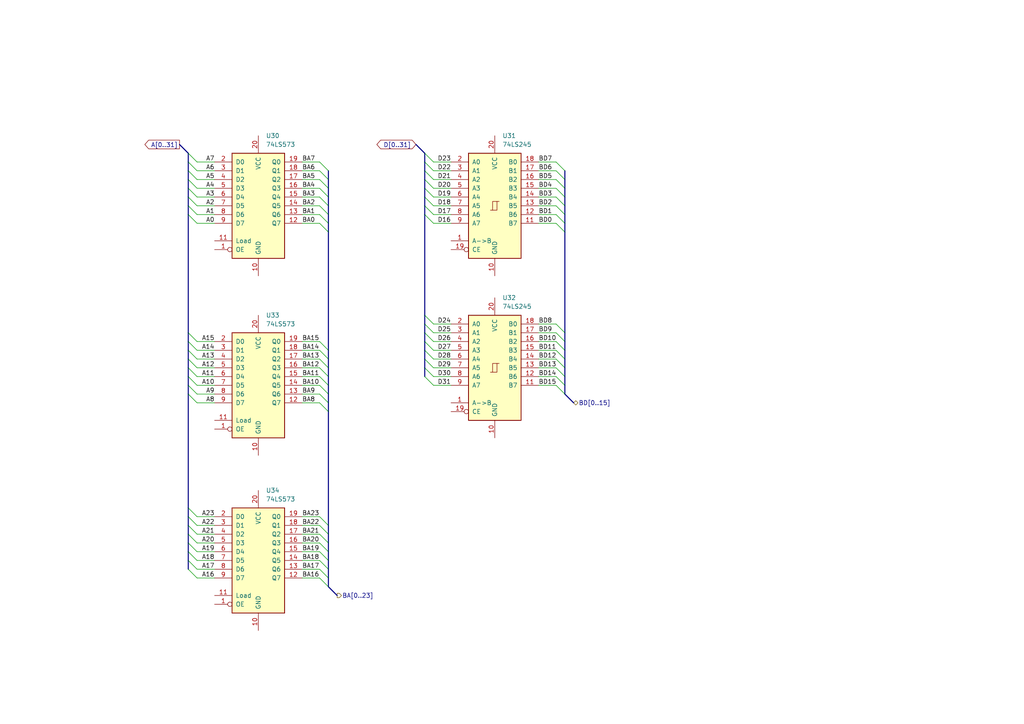
<source format=kicad_sch>
(kicad_sch (version 20231120) (generator "eeschema") (generator_version "8.0")
  (paper "A4")
  (lib_symbols
    (symbol "74xx:74LS245" (pin_names (offset 1.016))
      (property "Reference" "U" (at -7.62 16.51 0))
      (property "Value" "74LS245" (at -7.62 -16.51 0))
      (symbol "74LS245_1_0"
        (polyline (pts (xy -0.635 -1.27) (xy -0.635 1.27) (xy 0.635 1.27)))
        (polyline (pts (xy -1.27 -1.27) (xy 0.635 -1.27) (xy 0.635 1.27) (xy 1.27 1.27)))
        (pin input line (at -12.7 -10.16 0) (length 5.08) (name "A->B") (number "1"))
        (pin power_in line (at 0 -20.32 90) (length 5.08) (name "GND") (number "10"))
        (pin tri_state line (at 12.7 -5.08 180) (length 5.08) (name "B7") (number "11"))
        (pin tri_state line (at 12.7 -2.54 180) (length 5.08) (name "B6") (number "12"))
        (pin tri_state line (at 12.7 0 180) (length 5.08) (name "B5") (number "13"))
        (pin tri_state line (at 12.7 2.54 180) (length 5.08) (name "B4") (number "14"))
        (pin tri_state line (at 12.7 5.08 180) (length 5.08) (name "B3") (number "15"))
        (pin tri_state line (at 12.7 7.62 180) (length 5.08) (name "B2") (number "16"))
        (pin tri_state line (at 12.7 10.16 180) (length 5.08) (name "B1") (number "17"))
        (pin tri_state line (at 12.7 12.7 180) (length 5.08) (name "B0") (number "18"))
        (pin input inverted (at -12.7 -12.7 0) (length 5.08) (name "CE") (number "19"))
        (pin tri_state line (at -12.7 12.7 0) (length 5.08) (name "A0") (number "2"))
        (pin power_in line (at 0 20.32 270) (length 5.08) (name "VCC") (number "20"))
        (pin tri_state line (at -12.7 10.16 0) (length 5.08) (name "A1") (number "3"))
        (pin tri_state line (at -12.7 7.62 0) (length 5.08) (name "A2") (number "4"))
        (pin tri_state line (at -12.7 5.08 0) (length 5.08) (name "A3") (number "5"))
        (pin tri_state line (at -12.7 2.54 0) (length 5.08) (name "A4") (number "6"))
        (pin tri_state line (at -12.7 0 0) (length 5.08) (name "A5") (number "7"))
        (pin tri_state line (at -12.7 -2.54 0) (length 5.08) (name "A6") (number "8"))
        (pin tri_state line (at -12.7 -5.08 0) (length 5.08) (name "A7") (number "9"))
      )
      (symbol "74LS245_1_1"
        (rectangle (start -7.62 15.24) (end 7.62 -15.24) (stroke (width 0.254)) (fill (type background)))
      )
    )
    (symbol "74xx:74LS573" (pin_names (offset 1.016))
      (property "Reference" "U" (at -7.62 16.51 0))
      (property "Value" "74LS573" (at -7.62 -16.51 0))
      (symbol "74LS573_1_0"
        (pin input inverted (at -12.7 -12.7 0) (length 5.08) (name "OE") (number "1"))
        (pin power_in line (at 0 -20.32 90) (length 5.08) (name "GND") (number "10"))
        (pin input line (at -12.7 -10.16 0) (length 5.08) (name "Load") (number "11"))
        (pin tri_state line (at 12.7 -5.08 180) (length 5.08) (name "Q7") (number "12"))
        (pin tri_state line (at 12.7 -2.54 180) (length 5.08) (name "Q6") (number "13"))
        (pin tri_state line (at 12.7 0 180) (length 5.08) (name "Q5") (number "14"))
        (pin tri_state line (at 12.7 2.54 180) (length 5.08) (name "Q4") (number "15"))
        (pin tri_state line (at 12.7 5.08 180) (length 5.08) (name "Q3") (number "16"))
        (pin tri_state line (at 12.7 7.62 180) (length 5.08) (name "Q2") (number "17"))
        (pin tri_state line (at 12.7 10.16 180) (length 5.08) (name "Q1") (number "18"))
        (pin tri_state line (at 12.7 12.7 180) (length 5.08) (name "Q0") (number "19"))
        (pin input line (at -12.7 12.7 0) (length 5.08) (name "D0") (number "2"))
        (pin power_in line (at 0 20.32 270) (length 5.08) (name "VCC") (number "20"))
        (pin input line (at -12.7 10.16 0) (length 5.08) (name "D1") (number "3"))
        (pin input line (at -12.7 7.62 0) (length 5.08) (name "D2") (number "4"))
        (pin input line (at -12.7 5.08 0) (length 5.08) (name "D3") (number "5"))
        (pin input line (at -12.7 2.54 0) (length 5.08) (name "D4") (number "6"))
        (pin input line (at -12.7 0 0) (length 5.08) (name "D5") (number "7"))
        (pin input line (at -12.7 -2.54 0) (length 5.08) (name "D6") (number "8"))
        (pin input line (at -12.7 -5.08 0) (length 5.08) (name "D7") (number "9"))
      )
      (symbol "74LS573_1_1"
        (rectangle (start -7.62 15.24) (end 7.62 -15.24) (stroke (width 0.254)) (fill (type background)))
      )
    )
  )
  (bus_entry (at 57.15 149.86) (size -2.54 -2.54))
  (bus_entry (at 92.71 116.84) (size 2.54 2.54))
  (bus_entry (at 92.71 99.06) (size 2.54 2.54))
  (bus_entry (at 57.15 116.84) (size -2.54 -2.54))
  (bus_entry (at 125.73 106.68) (size -2.54 -2.54))
  (bus_entry (at 57.15 157.48) (size -2.54 -2.54))
  (bus_entry (at 57.15 106.68) (size -2.54 -2.54))
  (bus_entry (at 92.71 109.22) (size 2.54 2.54))
  (bus_entry (at 161.29 57.15) (size 2.54 2.54))
  (bus_entry (at 92.71 160.02) (size 2.54 2.54))
  (bus_entry (at 125.73 49.53) (size -2.54 -2.54))
  (bus_entry (at 125.73 111.76) (size -2.54 -2.54))
  (bus_entry (at 161.29 111.76) (size 2.54 2.54))
  (bus_entry (at 125.73 54.61) (size -2.54 -2.54))
  (bus_entry (at 92.71 62.23) (size 2.54 2.54))
  (bus_entry (at 161.29 109.22) (size 2.54 2.54))
  (bus_entry (at 92.71 59.69) (size 2.54 2.54))
  (bus_entry (at 57.15 99.06) (size -2.54 -2.54))
  (bus_entry (at 57.15 111.76) (size -2.54 -2.54))
  (bus_entry (at 161.29 62.23) (size 2.54 2.54))
  (bus_entry (at 92.71 64.77) (size 2.54 2.54))
  (bus_entry (at 57.15 109.22) (size -2.54 -2.54))
  (bus_entry (at 125.73 59.69) (size -2.54 -2.54))
  (bus_entry (at 57.15 49.53) (size -2.54 -2.54))
  (bus_entry (at 57.15 52.07) (size -2.54 -2.54))
  (bus_entry (at 57.15 160.02) (size -2.54 -2.54))
  (bus_entry (at 92.71 49.53) (size 2.54 2.54))
  (bus_entry (at 92.71 106.68) (size 2.54 2.54))
  (bus_entry (at 161.29 99.06) (size 2.54 2.54))
  (bus_entry (at 92.71 165.1) (size 2.54 2.54))
  (bus_entry (at 92.71 157.48) (size 2.54 2.54))
  (bus_entry (at 92.71 114.3) (size 2.54 2.54))
  (bus_entry (at 57.15 114.3) (size -2.54 -2.54))
  (bus_entry (at 125.73 46.99) (size -2.54 -2.54))
  (bus_entry (at 92.71 167.64) (size 2.54 2.54))
  (bus_entry (at 92.71 162.56) (size 2.54 2.54))
  (bus_entry (at 57.15 104.14) (size -2.54 -2.54))
  (bus_entry (at 161.29 104.14) (size 2.54 2.54))
  (bus_entry (at 161.29 59.69) (size 2.54 2.54))
  (bus_entry (at 161.29 93.98) (size 2.54 2.54))
  (bus_entry (at 125.73 99.06) (size -2.54 -2.54))
  (bus_entry (at 161.29 52.07) (size 2.54 2.54))
  (bus_entry (at 161.29 54.61) (size 2.54 2.54))
  (bus_entry (at 125.73 104.14) (size -2.54 -2.54))
  (bus_entry (at 92.71 104.14) (size 2.54 2.54))
  (bus_entry (at 125.73 52.07) (size -2.54 -2.54))
  (bus_entry (at 57.15 162.56) (size -2.54 -2.54))
  (bus_entry (at 125.73 101.6) (size -2.54 -2.54))
  (bus_entry (at 57.15 62.23) (size -2.54 -2.54))
  (bus_entry (at 57.15 64.77) (size -2.54 -2.54))
  (bus_entry (at 57.15 57.15) (size -2.54 -2.54))
  (bus_entry (at 57.15 101.6) (size -2.54 -2.54))
  (bus_entry (at 57.15 59.69) (size -2.54 -2.54))
  (bus_entry (at 161.29 64.77) (size 2.54 2.54))
  (bus_entry (at 57.15 46.99) (size -2.54 -2.54))
  (bus_entry (at 125.73 62.23) (size -2.54 -2.54))
  (bus_entry (at 161.29 49.53) (size 2.54 2.54))
  (bus_entry (at 92.71 101.6) (size 2.54 2.54))
  (bus_entry (at 92.71 152.4) (size 2.54 2.54))
  (bus_entry (at 92.71 54.61) (size 2.54 2.54))
  (bus_entry (at 92.71 46.99) (size 2.54 2.54))
  (bus_entry (at 57.15 54.61) (size -2.54 -2.54))
  (bus_entry (at 161.29 46.99) (size 2.54 2.54))
  (bus_entry (at 92.71 149.86) (size 2.54 2.54))
  (bus_entry (at 125.73 109.22) (size -2.54 -2.54))
  (bus_entry (at 161.29 101.6) (size 2.54 2.54))
  (bus_entry (at 57.15 154.94) (size -2.54 -2.54))
  (bus_entry (at 161.29 96.52) (size 2.54 2.54))
  (bus_entry (at 57.15 167.64) (size -2.54 -2.54))
  (bus_entry (at 125.73 64.77) (size -2.54 -2.54))
  (bus_entry (at 92.71 57.15) (size 2.54 2.54))
  (bus_entry (at 92.71 111.76) (size 2.54 2.54))
  (bus_entry (at 125.73 93.98) (size -2.54 -2.54))
  (bus_entry (at 57.15 165.1) (size -2.54 -2.54))
  (bus_entry (at 161.29 106.68) (size 2.54 2.54))
  (bus_entry (at 125.73 57.15) (size -2.54 -2.54))
  (bus_entry (at 92.71 52.07) (size 2.54 2.54))
  (bus_entry (at 125.73 96.52) (size -2.54 -2.54))
  (bus_entry (at 57.15 152.4) (size -2.54 -2.54))
  (bus_entry (at 92.71 154.94) (size 2.54 2.54))
  (wire (pts (xy 161.29 101.6) (xy 156.21 101.6)))
  (wire (pts (xy 57.15 109.22) (xy 62.23 109.22)))
  (bus (pts (xy 95.25 106.68) (xy 95.25 109.22)))
  (bus (pts (xy 95.25 52.07) (xy 95.25 54.61)))
  (wire (pts (xy 92.71 167.64) (xy 87.63 167.64)))
  (bus (pts (xy 163.83 104.14) (xy 163.83 106.68)))
  (bus (pts (xy 163.83 64.77) (xy 163.83 67.31)))
  (bus (pts (xy 54.61 52.07) (xy 54.61 49.53)))
  (wire (pts (xy 57.15 49.53) (xy 62.23 49.53)))
  (bus (pts (xy 54.61 157.48) (xy 54.61 154.94)))
  (wire (pts (xy 92.71 52.07) (xy 87.63 52.07)))
  (bus (pts (xy 54.61 57.15) (xy 54.61 54.61)))
  (wire (pts (xy 125.73 104.14) (xy 130.81 104.14)))
  (wire (pts (xy 161.29 62.23) (xy 156.21 62.23)))
  (wire (pts (xy 92.71 57.15) (xy 87.63 57.15)))
  (bus (pts (xy 54.61 111.76) (xy 54.61 109.22)))
  (wire (pts (xy 161.29 99.06) (xy 156.21 99.06)))
  (bus (pts (xy 95.25 152.4) (xy 95.25 154.94)))
  (wire (pts (xy 57.15 52.07) (xy 62.23 52.07)))
  (wire (pts (xy 92.71 62.23) (xy 87.63 62.23)))
  (wire (pts (xy 57.15 162.56) (xy 62.23 162.56)))
  (bus (pts (xy 95.25 111.76) (xy 95.25 114.3)))
  (wire (pts (xy 125.73 54.61) (xy 130.81 54.61)))
  (wire (pts (xy 125.73 49.53) (xy 130.81 49.53)))
  (bus (pts (xy 123.19 109.22) (xy 123.19 106.68)))
  (bus (pts (xy 163.83 111.76) (xy 163.83 114.3)))
  (bus (pts (xy 123.19 93.98) (xy 123.19 91.44)))
  (bus (pts (xy 54.61 101.6) (xy 54.61 99.06)))
  (wire (pts (xy 57.15 57.15) (xy 62.23 57.15)))
  (wire (pts (xy 57.15 104.14) (xy 62.23 104.14)))
  (bus (pts (xy 54.61 99.06) (xy 54.61 96.52)))
  (bus (pts (xy 163.83 109.22) (xy 163.83 111.76)))
  (wire (pts (xy 57.15 160.02) (xy 62.23 160.02)))
  (bus (pts (xy 54.61 44.45) (xy 52.07 41.91)))
  (bus (pts (xy 54.61 104.14) (xy 54.61 101.6)))
  (wire (pts (xy 92.71 104.14) (xy 87.63 104.14)))
  (bus (pts (xy 123.19 62.23) (xy 123.19 59.69)))
  (wire (pts (xy 57.15 154.94) (xy 62.23 154.94)))
  (bus (pts (xy 95.25 162.56) (xy 95.25 165.1)))
  (bus (pts (xy 123.19 52.07) (xy 123.19 49.53)))
  (bus (pts (xy 163.83 57.15) (xy 163.83 59.69)))
  (bus (pts (xy 163.83 101.6) (xy 163.83 104.14)))
  (wire (pts (xy 125.73 109.22) (xy 130.81 109.22)))
  (wire (pts (xy 92.71 160.02) (xy 87.63 160.02)))
  (wire (pts (xy 161.29 49.53) (xy 156.21 49.53)))
  (bus (pts (xy 54.61 152.4) (xy 54.61 149.86)))
  (wire (pts (xy 57.15 111.76) (xy 62.23 111.76)))
  (wire (pts (xy 92.71 109.22) (xy 87.63 109.22)))
  (wire (pts (xy 125.73 52.07) (xy 130.81 52.07)))
  (bus (pts (xy 163.83 96.52) (xy 163.83 99.06)))
  (wire (pts (xy 92.71 49.53) (xy 87.63 49.53)))
  (bus (pts (xy 54.61 49.53) (xy 54.61 46.99)))
  (wire (pts (xy 92.71 157.48) (xy 87.63 157.48)))
  (bus (pts (xy 54.61 149.86) (xy 54.61 147.32)))
  (bus (pts (xy 54.61 59.69) (xy 54.61 57.15)))
  (wire (pts (xy 92.71 149.86) (xy 87.63 149.86)))
  (bus (pts (xy 54.61 62.23) (xy 54.61 59.69)))
  (bus (pts (xy 123.19 57.15) (xy 123.19 54.61)))
  (wire (pts (xy 57.15 149.86) (xy 62.23 149.86)))
  (wire (pts (xy 92.71 111.76) (xy 87.63 111.76)))
  (wire (pts (xy 92.71 99.06) (xy 87.63 99.06)))
  (bus (pts (xy 95.25 167.64) (xy 95.25 170.18)))
  (wire (pts (xy 92.71 46.99) (xy 87.63 46.99)))
  (bus (pts (xy 95.25 62.23) (xy 95.25 64.77)))
  (wire (pts (xy 57.15 99.06) (xy 62.23 99.06)))
  (wire (pts (xy 125.73 111.76) (xy 130.81 111.76)))
  (bus (pts (xy 95.25 57.15) (xy 95.25 59.69)))
  (bus (pts (xy 95.25 157.48) (xy 95.25 160.02)))
  (bus (pts (xy 163.83 59.69) (xy 163.83 62.23)))
  (bus (pts (xy 95.25 109.22) (xy 95.25 111.76)))
  (wire (pts (xy 57.15 46.99) (xy 62.23 46.99)))
  (bus (pts (xy 95.25 67.31) (xy 95.25 101.6)))
  (wire (pts (xy 57.15 106.68) (xy 62.23 106.68)))
  (wire (pts (xy 125.73 106.68) (xy 130.81 106.68)))
  (wire (pts (xy 161.29 59.69) (xy 156.21 59.69)))
  (wire (pts (xy 57.15 59.69) (xy 62.23 59.69)))
  (wire (pts (xy 57.15 62.23) (xy 62.23 62.23)))
  (bus (pts (xy 95.25 119.38) (xy 95.25 152.4)))
  (wire (pts (xy 161.29 54.61) (xy 156.21 54.61)))
  (wire (pts (xy 92.71 101.6) (xy 87.63 101.6)))
  (bus (pts (xy 54.61 165.1) (xy 54.61 162.56)))
  (wire (pts (xy 92.71 154.94) (xy 87.63 154.94)))
  (wire (pts (xy 125.73 93.98) (xy 130.81 93.98)))
  (bus (pts (xy 54.61 114.3) (xy 54.61 111.76)))
  (wire (pts (xy 92.71 54.61) (xy 87.63 54.61)))
  (bus (pts (xy 123.19 46.99) (xy 123.19 44.45)))
  (wire (pts (xy 161.29 52.07) (xy 156.21 52.07)))
  (wire (pts (xy 92.71 64.77) (xy 87.63 64.77)))
  (wire (pts (xy 57.15 167.64) (xy 62.23 167.64)))
  (bus (pts (xy 163.83 54.61) (xy 163.83 57.15)))
  (wire (pts (xy 125.73 101.6) (xy 130.81 101.6)))
  (bus (pts (xy 54.61 147.32) (xy 54.61 114.3)))
  (wire (pts (xy 92.71 116.84) (xy 87.63 116.84)))
  (wire (pts (xy 125.73 46.99) (xy 130.81 46.99)))
  (bus (pts (xy 123.19 104.14) (xy 123.19 101.6)))
  (bus (pts (xy 163.83 62.23) (xy 163.83 64.77)))
  (bus (pts (xy 54.61 160.02) (xy 54.61 157.48)))
  (bus (pts (xy 123.19 54.61) (xy 123.19 52.07)))
  (bus (pts (xy 95.25 64.77) (xy 95.25 67.31)))
  (bus (pts (xy 123.19 49.53) (xy 123.19 46.99)))
  (wire (pts (xy 125.73 64.77) (xy 130.81 64.77)))
  (wire (pts (xy 125.73 57.15) (xy 130.81 57.15)))
  (wire (pts (xy 57.15 101.6) (xy 62.23 101.6)))
  (wire (pts (xy 161.29 57.15) (xy 156.21 57.15)))
  (wire (pts (xy 92.71 162.56) (xy 87.63 162.56)))
  (bus (pts (xy 95.25 101.6) (xy 95.25 104.14)))
  (bus (pts (xy 95.25 160.02) (xy 95.25 162.56)))
  (bus (pts (xy 54.61 54.61) (xy 54.61 52.07)))
  (bus (pts (xy 123.19 101.6) (xy 123.19 99.06)))
  (wire (pts (xy 161.29 109.22) (xy 156.21 109.22)))
  (bus (pts (xy 163.83 99.06) (xy 163.83 101.6)))
  (bus (pts (xy 123.19 99.06) (xy 123.19 96.52)))
  (wire (pts (xy 161.29 46.99) (xy 156.21 46.99)))
  (bus (pts (xy 123.19 96.52) (xy 123.19 93.98)))
  (wire (pts (xy 57.15 152.4) (xy 62.23 152.4)))
  (wire (pts (xy 92.71 59.69) (xy 87.63 59.69)))
  (wire (pts (xy 161.29 111.76) (xy 156.21 111.76)))
  (wire (pts (xy 161.29 93.98) (xy 156.21 93.98)))
  (bus (pts (xy 95.25 59.69) (xy 95.25 62.23)))
  (bus (pts (xy 54.61 154.94) (xy 54.61 152.4)))
  (bus (pts (xy 95.25 170.18) (xy 97.79 172.72)))
  (wire (pts (xy 57.15 54.61) (xy 62.23 54.61)))
  (wire (pts (xy 57.15 165.1) (xy 62.23 165.1)))
  (wire (pts (xy 161.29 104.14) (xy 156.21 104.14)))
  (bus (pts (xy 95.25 49.53) (xy 95.25 52.07)))
  (bus (pts (xy 54.61 109.22) (xy 54.61 106.68)))
  (bus (pts (xy 95.25 165.1) (xy 95.25 167.64)))
  (wire (pts (xy 92.71 106.68) (xy 87.63 106.68)))
  (bus (pts (xy 123.19 91.44) (xy 123.19 62.23)))
  (bus (pts (xy 163.83 52.07) (xy 163.83 54.61)))
  (wire (pts (xy 161.29 106.68) (xy 156.21 106.68)))
  (bus (pts (xy 95.25 104.14) (xy 95.25 106.68)))
  (bus (pts (xy 95.25 154.94) (xy 95.25 157.48)))
  (wire (pts (xy 92.71 165.1) (xy 87.63 165.1)))
  (bus (pts (xy 163.83 67.31) (xy 163.83 96.52)))
  (bus (pts (xy 123.19 59.69) (xy 123.19 57.15)))
  (wire (pts (xy 125.73 96.52) (xy 130.81 96.52)))
  (bus (pts (xy 123.19 44.45) (xy 120.65 41.91)))
  (bus (pts (xy 54.61 46.99) (xy 54.61 44.45)))
  (wire (pts (xy 125.73 99.06) (xy 130.81 99.06)))
  (wire (pts (xy 125.73 62.23) (xy 130.81 62.23)))
  (wire (pts (xy 161.29 96.52) (xy 156.21 96.52)))
  (wire (pts (xy 57.15 116.84) (xy 62.23 116.84)))
  (bus (pts (xy 95.25 116.84) (xy 95.25 119.38)))
  (bus (pts (xy 54.61 96.52) (xy 54.61 62.23)))
  (bus (pts (xy 54.61 162.56) (xy 54.61 160.02)))
  (wire (pts (xy 161.29 64.77) (xy 156.21 64.77)))
  (wire (pts (xy 57.15 157.48) (xy 62.23 157.48)))
  (bus (pts (xy 163.83 114.3) (xy 166.37 116.84)))
  (wire (pts (xy 57.15 114.3) (xy 62.23 114.3)))
  (wire (pts (xy 92.71 152.4) (xy 87.63 152.4)))
  (bus (pts (xy 163.83 106.68) (xy 163.83 109.22)))
  (bus (pts (xy 54.61 106.68) (xy 54.61 104.14)))
  (bus (pts (xy 95.25 54.61) (xy 95.25 57.15)))
  (wire (pts (xy 57.15 64.77) (xy 62.23 64.77)))
  (bus (pts (xy 123.19 106.68) (xy 123.19 104.14)))
  (bus (pts (xy 163.83 49.53) (xy 163.83 52.07)))
  (wire (pts (xy 92.71 114.3) (xy 87.63 114.3)))
  (wire (pts (xy 125.73 59.69) (xy 130.81 59.69)))
  (bus (pts (xy 95.25 114.3) (xy 95.25 116.84)))
  (label "BD8" (at 156.21 93.98 0))
  (label "BD9" (at 156.21 96.52 0))
  (label "A11" (at 62.23 109.22 180))
  (label "BA17" (at 87.63 165.1 0))
  (label "D22" (at 130.81 49.53 180))
  (label "D23" (at 130.81 46.99 180))
  (label "BD14" (at 156.21 109.22 0))
  (label "BA11" (at 87.63 109.22 0))
  (label "BA5" (at 87.63 52.07 0))
  (label "BA2" (at 87.63 59.69 0))
  (label "BA15" (at 87.63 99.06 0))
  (label "D29" (at 130.81 106.68 180))
  (label "D20" (at 130.81 54.61 180))
  (label "BD6" (at 156.21 49.53 0))
  (label "BD11" (at 156.21 101.6 0))
  (label "D27" (at 130.81 101.6 180))
  (label "D26" (at 130.81 99.06 180))
  (label "BA22" (at 87.63 152.4 0))
  (label "A21" (at 62.23 154.94 180))
  (label "A2" (at 62.23 59.69 180))
  (label "A3" (at 62.23 57.15 180))
  (label "BA8" (at 87.63 116.84 0))
  (label "D19" (at 130.81 57.15 180))
  (label "BA19" (at 87.63 160.02 0))
  (label "A0" (at 62.23 64.77 180))
  (label "BA21" (at 87.63 154.94 0))
  (label "BD1" (at 156.21 62.23 0))
  (label "BD4" (at 156.21 54.61 0))
  (label "A6" (at 62.23 49.53 180))
  (label "A20" (at 62.23 157.48 180))
  (label "BA16" (at 87.63 167.64 0))
  (label "D17" (at 130.81 62.23 180))
  (label "D25" (at 130.81 96.52 180))
  (label "A5" (at 62.23 52.07 180))
  (label "BD13" (at 156.21 106.68 0))
  (label "BA12" (at 87.63 106.68 0))
  (label "D31" (at 130.81 111.76 180))
  (label "A4" (at 62.23 54.61 180))
  (label "A8" (at 62.23 116.84 180))
  (label "A13" (at 62.23 104.14 180))
  (label "BD3" (at 156.21 57.15 0))
  (label "A14" (at 62.23 101.6 180))
  (label "BA7" (at 87.63 46.99 0))
  (label "BA23" (at 87.63 149.86 0))
  (label "BA9" (at 87.63 114.3 0))
  (label "BA1" (at 87.63 62.23 0))
  (label "BD10" (at 156.21 99.06 0))
  (label "D16" (at 130.81 64.77 180))
  (label "A7" (at 62.23 46.99 180))
  (label "BD15" (at 156.21 111.76 0))
  (label "BD7" (at 156.21 46.99 0))
  (label "A9" (at 62.23 114.3 180))
  (label "BD12" (at 156.21 104.14 0))
  (label "BA18" (at 87.63 162.56 0))
  (label "D28" (at 130.81 104.14 180))
  (label "A16" (at 62.23 167.64 180))
  (label "D24" (at 130.81 93.98 180))
  (label "A1" (at 62.23 62.23 180))
  (label "BA14" (at 87.63 101.6 0))
  (label "A18" (at 62.23 162.56 180))
  (label "BA6" (at 87.63 49.53 0))
  (label "D18" (at 130.81 59.69 180))
  (label "BA13" (at 87.63 104.14 0))
  (label "D21" (at 130.81 52.07 180))
  (label "BA4" (at 87.63 54.61 0))
  (label "BA10" (at 87.63 111.76 0))
  (label "D30" (at 130.81 109.22 180))
  (label "BA20" (at 87.63 157.48 0))
  (label "BA3" (at 87.63 57.15 0))
  (label "A19" (at 62.23 160.02 180))
  (label "A10" (at 62.23 111.76 180))
  (label "A17" (at 62.23 165.1 180))
  (label "BD0" (at 156.21 64.77 0))
  (label "A22" (at 62.23 152.4 180))
  (label "BD5" (at 156.21 52.07 0))
  (label "A12" (at 62.23 106.68 180))
  (label "A15" (at 62.23 99.06 180))
  (label "BA0" (at 87.63 64.77 0))
  (label "A23" (at 62.23 149.86 180))
  (label "BD2" (at 156.21 59.69 0))
  (global_label "A[0..31]" (shape output) (at 52.07 41.91 180) (property "Intersheetrefs" "${INTERSHEET_REFS}" (effects (hide yes))))
  (global_label "D[0..31]" (shape bidirectional) (at 120.65 41.91 180) (property "Intersheetrefs" "${INTERSHEET_REFS}" (effects (hide yes))))
  (hierarchical_label "BA[0..23]" (shape output) (at 97.79 172.72 0))
  (hierarchical_label "BD[0..15]" (shape bidirectional) (at 166.37 116.84 0))
  (symbol (lib_id "74xx:74LS573") (at 74.93 162.56 0) (unit 1)
    (property "Reference" "U34" (at 77.1241 142.24 0) (effects (justify left)))
    (property "Value" "74LS573" (at 77.1241 144.78 0) (effects (justify left)))
    (property "Footprint" "Package_DIP:DIP-20_W7.62mm_Socket" (effects (hide yes)))
    (property "Datasheet" "74xx/74hc573.pdf" (effects (hide yes)))
    (property "Description" "8-bit Latch 3-state outputs" (effects (hide yes)))
  )
  (symbol (lib_id "74xx:74LS245") (at 143.51 106.68 0) (unit 1)
    (property "Reference" "U32" (at 145.7041 86.36 0) (effects (justify left)))
    (property "Value" "74LS245" (at 145.7041 88.9 0) (effects (justify left)))
    (property "Footprint" "Package_DIP:DIP-20_W7.62mm_Socket" (effects (hide yes)))
    (property "Datasheet" "http://www.ti.com/lit/gpn/sn74LS245" (effects (hide yes)))
    (property "Description" "Octal BUS Transceivers, 3-State outputs" (effects (hide yes)))
  )
  (symbol (lib_id "74xx:74LS573") (at 74.93 59.69 0) (unit 1)
    (property "Reference" "U30" (at 77.1241 39.37 0) (effects (justify left)))
    (property "Value" "74LS573" (at 77.1241 41.91 0) (effects (justify left)))
    (property "Footprint" "Package_DIP:DIP-20_W7.62mm_Socket" (effects (hide yes)))
    (property "Datasheet" "74xx/74hc573.pdf" (effects (hide yes)))
    (property "Description" "8-bit Latch 3-state outputs" (effects (hide yes)))
  )
  (symbol (lib_id "74xx:74LS573") (at 74.93 111.76 0) (unit 1)
    (property "Reference" "U33" (at 77.1241 91.44 0) (effects (justify left)))
    (property "Value" "74LS573" (at 77.1241 93.98 0) (effects (justify left)))
    (property "Footprint" "Package_DIP:DIP-20_W7.62mm_Socket" (effects (hide yes)))
    (property "Datasheet" "74xx/74hc573.pdf" (effects (hide yes)))
    (property "Description" "8-bit Latch 3-state outputs" (effects (hide yes)))
  )
  (symbol (lib_id "74xx:74LS245") (at 143.51 59.69 0) (unit 1)
    (property "Reference" "U31" (at 145.7041 39.37 0) (effects (justify left)))
    (property "Value" "74LS245" (at 145.7041 41.91 0) (effects (justify left)))
    (property "Footprint" "Package_DIP:DIP-20_W7.62mm_Socket" (effects (hide yes)))
    (property "Datasheet" "http://www.ti.com/lit/gpn/sn74LS245" (effects (hide yes)))
    (property "Description" "Octal BUS Transceivers, 3-State outputs" (effects (hide yes)))
  )
)
</source>
